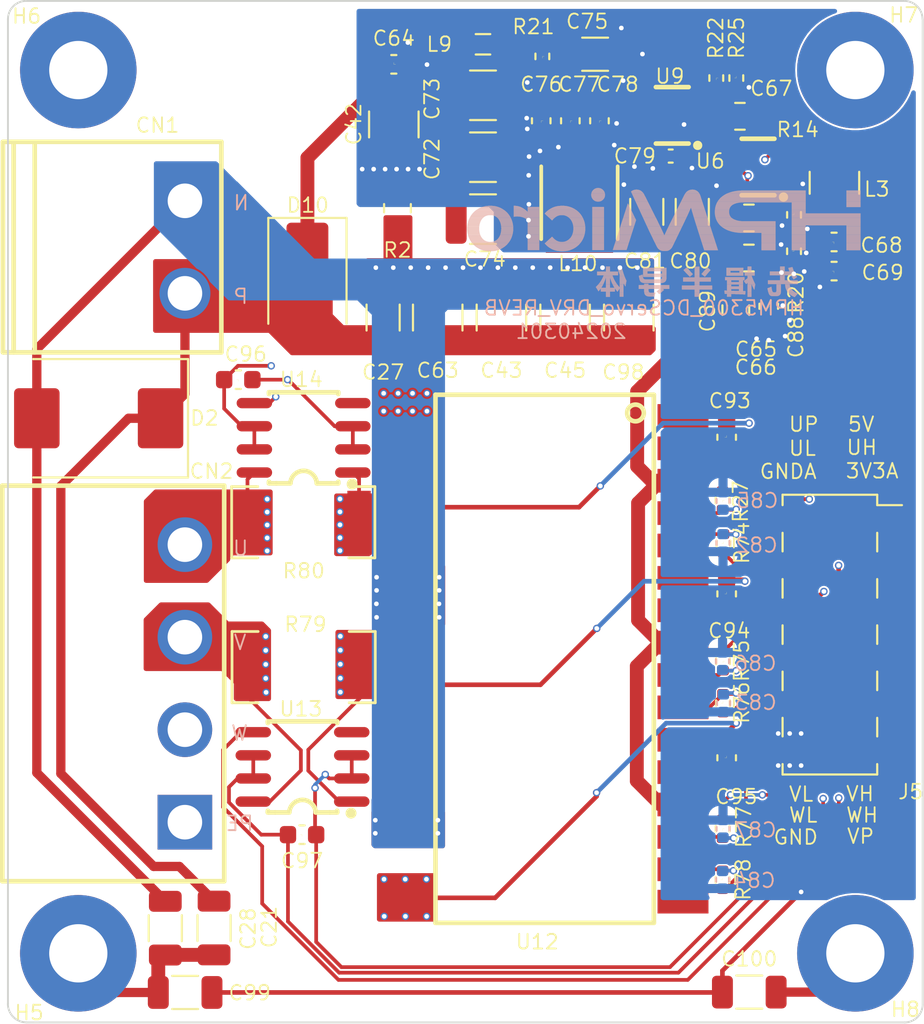
<source format=kicad_pcb>
(kicad_pcb (version 20221018) (generator pcbnew)
  (layers (0 "F.Cu" signal) (1 "In1.Cu" power "GND2") (2 "In2.Cu" mixed "POWER3") (31 "B.Cu" signal) (34 "B.Paste" user) (35 "F.Paste" user) (36 "B.SilkS" user "B.Silkscreen") (37 "F.SilkS" user "F.Silkscreen") (38 "B.Mask" user) (39 "F.Mask" user) (44 "Edge.Cuts" user))
  (net 0 "")
  (net 1 "+5V")
  (net 2 "+3.3VA")
  (net 3 "GND")
  (net 4 "+24V")
  (net 5 "Net-(U9-EN)")
  (net 6 "Net-(U6-SW)")
  (net 7 "PE")
  (net 8 "/MAIN/DRV/PWM_1")
  (net 9 "/MAIN/DRV/PWM_0")
  (net 10 "/MAIN/DRV/PWM_5")
  (net 11 "/MAIN/DRV/PWM_4")
  (net 12 "/MAIN/DRV/PWM_7")
  (net 13 "/MAIN/DRV/PWM_6")
  (net 14 "P")
  (net 15 "N")
  (net 16 "Net-(C75-Pad1)")
  (net 17 "+15V")
  (net 18 "Net-(U6-VBST)")
  (net 19 "Net-(U9-SW)")
  (net 20 "Net-(U9-CB)")
  (net 21 "/MAIN/DRV/PWM_UH")
  (net 22 "/MAIN/DRV/PWM_UL")
  (net 23 "/MAIN/DRV/PWM_VH")
  (net 24 "/MAIN/DRV/PWM_VL")
  (net 25 "/MAIN/DRV/PWM_WL")
  (net 26 "/MAIN/DRV/PWM_WH")
  (net 27 "Net-(U9-FB)")
  (net 28 "Net-(U6-VFB)")
  (net 29 "/MAIN/DRV/U-")
  (net 30 "/MAIN/DRV/U+")
  (net 31 "/MAIN/DRV/V-")
  (net 32 "/MAIN/DRV/V+")
  (net 34 "/MAIN/DRV/ADC0")
  (net 36 "/MAIN/DRV/ADC1")
  (net 37 "/MAIN/DRV/VBU")
  (net 39 "/MAIN/DRV/VBV")
  (net 41 "/MAIN/DRV/VBW")
  (net 43 "/MAIN/DRV/W")
  (net 44 "GNDA")
  (footprint "04_HPM_Diode:D_SMC" (layer "F.Cu") (at 62.62 121.62 180)
    (fp_text reference "D2")
    (fp_text value "SMDJ36CA_C350851")
  )
  (footprint "03_HPM_Capacitance:C_0603_1608Metric" (layer "F.Cu") (at 99.44 115.47 -90)
    (fp_text reference "C88")
    (fp_text value "0.1uF,50V")
  )
  (footprint "01_HPM_Peripheral:MountingHole_3.2mm_M3_Pad" (layer "F.Cu") (at 61.5 151)
    (fp_text reference "H5")
    (fp_text value "MountingHole_Pad")
  )
  (footprint "02_HPM_Resistor:R_0402_1005Metric" (layer "F.Cu") (at 97.658 102.9385 90)
    (fp_text reference "R25")
    (fp_text value "22.1k")
  )
  (footprint "03_HPM_Capacitance:C_0603_1608Metric" (layer "F.Cu") (at 73.796 144.485 180)
    (fp_text reference "C97")
    (fp_text value "0.1uF,50V")
  )
  (footprint "02_HPM_Resistor:R_0402_1005Metric" (layer "F.Cu") (at 100.83 112.45 90)
    (fp_text reference "R20")
    (fp_text value "10K")
  )
  (footprint "03_HPM_Capacitance:C_0805_2012Metric" (layer "F.Cu") (at 97.858 105.0385 180)
    (fp_text reference "C67")
    (fp_text value "100nF,25V")
  )
  (footprint "05_HPM_Connector_DB2ERC:CONN-TH_4P-P5.08_DB2ERC-5.08-4P" (layer "F.Cu") (at 67.357 136.18 -90)
    (fp_text reference "CN2")
    (fp_text value "DB2ERC-5.08-4P")
  )
  (footprint "04_HPM_Diode:D_SMB" (layer "F.Cu") (at 74.09 114.28 -90)
    (fp_text reference "D10")
    (fp_text value "200V,2A")
  )
  (footprint "02_HPM_Resistor:R_0402_1005Metric" (layer "F.Cu") (at 96.903 126.1335 -90)
    (fp_text reference "R27")
    (fp_text value "0Ω")
  )
  (footprint "03_HPM_Capacitance:C_0805_2012Metric" (layer "F.Cu") (at 97.63 115.68 -90)
    (fp_text reference "C89")
    (fp_text value "10uF,35V")
  )
  (footprint "Inductor_SMD:L_0805_2012Metric" (layer "F.Cu") (at 83.738 101.085)
    (fp_text reference "L9")
    (fp_text value "1.5uH")
  )
  (footprint "02_HPM_Resistor:R_0805_2012Metric" (layer "F.Cu") (at 79.038 110.085 -90)
    (fp_text reference "R2")
    (fp_text value "0Ω_0805")
  )
  (footprint "03_HPM_Capacitance:C_1206_3216Metric" (layer "F.Cu") (at 68.96 149.61 90)
    (fp_text reference "C21")
    (fp_text value "10nF,630V,1206")
  )
  (footprint "03_HPM_Capacitance:C_0402_1005Metric" (layer "F.Cu") (at 94.052 107.222)
    (fp_text reference "C79")
    (fp_text value "100nF,16V")
  )
  (footprint "03_HPM_Capacitance:C_1206_3216Metric" (layer "F.Cu") (at 89.9 101.63)
    (fp_text reference "C75")
    (fp_text value "4.7uF,50V")
  )
  (footprint "02_HPM_Resistor:R_0402_1005Metric" (layer "F.Cu") (at 96.903 146.9635 90)
    (fp_text reference "R78")
    (fp_text value "0Ω")
  )
  (footprint "01_HPM_Peripheral:MountingHole_3.2mm_M3_Pad" (layer "F.Cu") (at 61.5 102.5)
    (fp_text reference "H6")
    (fp_text value "MountingHole_Pad")
  )
  (footprint "00_PWR:SOT-23-6_L2.9-W1.6-P0.95-LS2.8-BR" (layer "F.Cu") (at 98.852 107.822)
    (fp_text reference "U6")
    (fp_text value "TPS562200DDCR")
  )
  (footprint "02_HPM_Resistor:R_0402_1005Metric" (layer "F.Cu") (at 100.83 110.45 90)
    (fp_text reference "R14")
    (fp_text value "56.2K")
  )
  (footprint "02_HPM_Resistor:R_0402_1005Metric" (layer "F.Cu") (at 96.903 144.1635 -90)
    (fp_text reference "R77")
    (fp_text value "0Ω")
  )
  (footprint "03_HPM_Capacitance:C_1206_3216Metric" (layer "F.Cu") (at 78.25 116.09 90)
    (fp_text reference "C27")
    (fp_text value "10nF,630V,1206")
  )
  (footprint "07_HPM_Inductance:L_1210_3225Metric" (layer "F.Cu") (at 103.05 108.69 -90)
    (fp_text reference "L3")
    (fp_text value "4.7uH_1.6A")
  )
  (footprint "02_HPM_Resistor:R_0402_1005Metric" (layer "F.Cu") (at 87 101.75 -90)
    (fp_text reference "R21")
    (fp_text value "1.58Ω")
  )
  (footprint "02_HPM_Resistor:R2512" (layer "F.Cu") (at 73.862 127.3285 180)
    (fp_text reference "R80")
    (fp_text value "10mΩ")
  )
  (footprint "03_HPM_Capacitance:C_0603_1608Metric" (layer "F.Cu") (at 97.128 122.6635 90)
    (fp_text reference "C93")
    (fp_text value "2.2uF,50V")
  )
  (footprint "03_HPM_Capacitance:C_1206_3216Metric" (layer "F.Cu") (at 98.37 153.13 180)
    (fp_text reference "C100")
    (fp_text value "10nF,630V,1206")
  )
  (footprint "03_HPM_Capacitance:C_0603_1608Metric" (layer "F.Cu") (at 90.138 105.285 -90)
    (fp_text reference "C78")
    (fp_text value "100nF,50V")
  )
  (footprint "03_HPM_Capacitance:C_0603_1608Metric" (layer "F.Cu") (at 70.29 119.5 180)
    (fp_text reference "C96")
    (fp_text value "0.1uF,50V")
  )
  (footprint "02_HPM_Resistor:R_0402_1005Metric" (layer "F.Cu") (at 96.928 137.2635 90)
    (fp_text reference "R76")
    (fp_text value "0Ω")
  )
  (footprint "03_HPM_Capacitance:C_0603_1608Metric" (layer "F.Cu") (at 103.03 113.54 180)
    (fp_text reference "C69")
    (fp_text value "22uF,10V")
  )
  (footprint "03_HPM_Capacitance:C_0603_1608Metric" (layer "F.Cu") (at 78.838 102.185)
    (fp_text reference "C64")
    (fp_text value "0.1uF,50V")
  )
  (footprint "03_HPM_Capacitance:C_1210_3225Metric" (layer "F.Cu") (at 83.738 110.685)
    (fp_text reference "C74")
    (fp_text value "10uF,63V")
  )
  (footprint "03_HPM_Capacitance:C_0603_1608Metric" (layer "F.Cu") (at 103.03 111.94 180)
    (fp_text reference "C68")
    (fp_text value "22uF,10V")
  )
  (footprint "06_HPM_SOT:SOT-23-6" (layer "F.Cu") (at 94.138 104.985)
    (fp_text reference "U9")
    (fp_text value "LMR50410XDBVR")
  )
  (footprint "03_HPM_Capacitance:C_1210_3225Metric" (layer "F.Cu") (at 91.75 116.09 90)
    (fp_text reference "C98")
    (fp_text value "10uF,63V")
  )
  (footprint "03_HPM_Capacitance:C_1206_3216Metric" (layer "F.Cu") (at 66.28 149.62 -90)
    (fp_text reference "C28")
    (fp_text value "10nF,630V,1206")
  )
  (footprint "03_HPM_Capacitance:C_1210_3225Metric" (layer "F.Cu") (at 88.25 116.09 90)
    (fp_text reference "C45")
    (fp_text value "10uF,63V")
  )
  (footprint "03_HPM_Capacitance:C_1210_3225Metric" (layer "F.Cu") (at 83.738 103.885)
    (fp_text reference "C73")
    (fp_text value "10uF,63V")
  )
  (footprint "02_HPM_Resistor:R_0402_1005Metric" (layer "F.Cu") (at 96.558 102.9385 -90)
    (fp_text reference "R22")
    (fp_text value "309K")
  )
  (footprint "03_HPM_Capacitance:C_0805_2012Metric" (layer "F.Cu") (at 98.352 112.822)
    (fp_text reference "C66")
    (fp_text value "10uF,35V")
  )
  (footprint "03_HPM_Capacitance:C_0603_1608Metric" (layer "F.Cu") (at 86.938 105.285 -90)
    (fp_text reference "C76")
    (fp_text value "1uF,50V")
  )
  (footprint "03_HPM_Capacitance:C_1210_3225Metric" (layer "F.Cu") (at 78.838 105.485 -90)
    (fp_text reference "C42")
    (fp_text value "10uF,63V")
  )
  (footprint "01_HPM_Peripheral:MountingHole_3.2mm_M3_Pad" (layer "F.Cu") (at 104.2 102.5)
    (fp_text reference "H7")
    (fp_text value "MountingHole_Pad")
  )
  (footprint "03_HPM_Capacitance:C_1206_3216Metric" (layer "F.Cu") (at 92.738 110.285 90)
    (fp_text reference "C81")
    (fp_text value "10uF,50V")
  )
  (footprint "06_HPM_SO:SOIC-8" (layer "F.Cu") (at 75.88 123.6935 180)
    (fp_text reference "U14")
    (fp_text value "INA240A1D")
  )
  (footprint "00_PWR:IND-SMD_L4.0-W4.0_SLW4010S" (layer "F.Cu") (at 89.038 109.785 -90)
    (fp_text reference "L10")
    (fp_text value "22uH，1.3A")
  )
  (footprint "02_HPM_Resistor:R2512" (layer "F.Cu") (at 73.883 135.285 180)
    (fp_text reference "R79")
    (fp_text value "10mΩ")
  )
  (footprint "03_HPM_Capacitance:C_0603_1608Metric" (layer "F.Cu") (at 88.538 105.285 -90)
    (fp_text reference "C77")
    (fp_text value "1uF,50V")
  )
  (footprint "03_HPM_Capacitance:C_0805_2012Metric" (layer "F.Cu") (at 98.352 110.622)
    (fp_text reference "C65")
    (fp_text value "10uF,35V")
  )
  (footprint "03_HPM_Capacitance:C_1206_3216Metric" (layer "F.Cu") (at 95.238 110.285 90)
    (fp_text reference "C80")
    (fp_text value "10uF,50V")
  )
  (footprint "06_HPM_SO:SOIC-8" (layer "F.Cu") (at 75.82 141.7635 180)
    (fp_text reference "U13")
    (fp_text value "INA240A1D")
  )
  (footprint "02_HPM_Resistor:R_0402_1005Metric" (layer "F.Cu") (at 96.953 128.4935 90)
    (fp_text reference "R74")
    (fp_text value "0Ω")
  )
  (footprint "02_HPM_Resistor:R_0402_1005Metric" (layer "F.Cu") (at 96.928 134.9635 -90)
    (fp_text reference "R75")
    (fp_text value "0Ω")
  )
  (footprint "03_HPM_Capacitance:C_1210_3225Metric" (layer "F.Cu") (at 84.75 116.09 90)
    (fp_text reference "C43")
    (fp_text value "10uF,63V")
  )
  (footprint "03_HPM_Capacitance:C_0603_1608Metric" (layer "F.Cu") (at 97.128 140.2635 90)
    (fp_text reference "C95")
    (fp_text value "2.2uF,50V")
  )
  (footprint "01_HPM_Peripheral:MountingHole_3.2mm_M3_Pad" (layer "F.Cu") (at 104.2 151)
    (fp_text reference "H8")
    (fp_text value "MountingHole_Pad")
  )
  (footprint "03_HPM_Capacitance:C_0603_1608Metric" (layer "F.Cu") (at 97.128 131.2635 90)
    (fp_text reference "C94")
    (fp_text value "2.2uF,50V")
  )
  (footprint "03_HPM_Capacitance:C_1210_3225Metric" (layer "F.Cu") (at 81.25 116.09 90)
    (fp_text reference "C63")
    (fp_text value "10uF,63V")
  )
  (footprint "05_HPM_Connector_FemaleHeader:PinSocket_2x06_P2.54mm_Vertical_SMD" (layer "F.Cu") (at 102.8 133.5)
    (fp_text reference "J5")
    (fp_text value "Conn_02x06")
  )
  (footprint "03_HPM_Capacitance:C_1206_3216Metric" (layer "F.Cu") (at 67.37 153.15 180)
    (fp_text reference "C99")
    (fp_text value "10nF,630V,1206")
  )
  (footprint "03_HPM_Capacitance:C_1210_3225Metric" (layer "F.Cu") (at 83.738 107.285)
    (fp_text reference "C72")
    (fp_text value "10uF,63V")
  )
  (footprint "12_HPM_Other:SEMI_XNS50660ABS" (layer "F.Cu") (at 87.128 134.8285 -90)
    (fp_text reference "U12")
    (fp_text value "SDM05M50DAS")
  )
  (footprint "05_HPM_Connector_DB2ERC:CONN-TH_2P-P5.08_DB2ERC-5.08-2P" (layer "F.Cu") (at 67.36 112.22 -90)
    (fp_text reference "CN1")
    (fp_text value "DB2ERC-5.08-2P")
  )
  (footprint "03_HPM_Capacitance:C_0402_1005Metric" (layer "B.Cu") (at 96.928 126.1635 90)
    (fp_text reference "C85")
    (fp_text value "1nF,50V")
  )
  (footprint "03_HPM_Capacitance:C_0402_1005Metric" (layer "B.Cu") (at 96.903 134.9635 90)
    (fp_text reference "C86")
    (fp_text value "1nF,50V")
  )
  (footprint "03_HPM_Capacitance:C_0402_1005Metric" (layer "B.Cu") (at 96.953 137.2635 -90)
    (fp_text reference "C83")
    (fp_text value "1nF,50V")
  )
  (footprint "00_HPM_LOGO:HPM LOGO" (layer "B.Cu") (at 104.505461 118.700319 180)
    (fp_text reference "REF**" hide)
    (fp_text value "HPM Logo" hide)
  )
  (footprint "03_HPM_Capacitance:C_0402_1005Metric" (layer "B.Cu") (at 96.928 128.4635 -90)
    (fp_text reference "C82")
    (fp_text value "1nF,50V")
  )
  (footprint "03_HPM_Capacitance:C_0402_1005Metric" (layer "B.Cu") (at 96.903 146.9635 -90)
    (fp_text reference "C84")
    (fp_text value "1nF,50V")
  )
  (footprint "03_HPM_Capacitance:C_0402_1005Metric" (layer "B.Cu") (at 96.928 144.1635 90)
    (fp_text reference "C87")
    (fp_text value "1nF,50V")
  )
  (gr_arc (start 107.9 153.8) (mid 107.607985 154.505108) (end 106.902908 154.797118) (stroke (width 0.1)) (layer "Edge.Cuts"))
  (gr_line (start 107.897968 99.705067) (end 107.897968 153.805067) (stroke (width 0.1)) (layer "Edge.Cuts"))
  (gr_line (start 57.63378 99.705067) (end 57.63378 153.775067) (stroke (width 0.1)) (layer "Edge.Cuts"))
  (gr_arc (start 58.646247 154.792588) (mid 57.927974 154.495061) (end 57.630447 153.776788) (stroke (width 0.1)) (layer "Edge.Cuts"))
  (gr_arc (start 57.635446 99.701277) (mid 57.927966 98.995063) (end 58.634181 98.70255) (stroke (width 0.1)) (layer "Edge.Cuts"))
  (gr_arc (start 106.890862 98.705067) (mid 107.597973 98.997958) (end 107.890859 99.705067) (stroke (width 0.1)) (layer "Edge.Cuts"))
  (gr_line (start 58.637968 98.705067) (end 106.890862 98.705067) (stroke (width 0.1)) (layer "Edge.Cuts"))
  (gr_line (start 58.647968 154.795067) (end 106.907968 154.795067) (stroke (width 0.1)) (layer "Edge.Cuts"))
  (gr_text "U" (at 70.42 128.76) (layer "B.SilkS") (effects (font (size 0.8 0.8) (thickness 0.1)) (justify mirror)))
  (gr_text "N" (at 70.45 109.79) (layer "B.SilkS") (effects (font (size 0.8 0.8) (thickness 0.1)) (justify mirror)))
  (gr_text "PE" (at 70.36 143.87) (layer "B.SilkS") (effects (font (size 0.8 0.8) (thickness 0.1)) (justify mirror)))
  (gr_text "HPM5300_DCServo_DRV_REVB\n                20240301" (at 101.445461 117.320319) (layer "B.SilkS") (effects (font (size 0.8 0.8) (thickness 0.1)) (justify left bottom mirror)))
  (gr_text "V" (at 70.39 133.93) (layer "B.SilkS") (effects (font (size 0.8 0.8) (thickness 0.1)) (justify mirror)))
  (gr_text "W" (at 70.36 138.91) (layer "B.SilkS") (effects (font (size 0.8 0.8) (thickness 0.1)) (justify mirror)))
  (gr_text "P" (at 70.42 114.93) (layer "B.SilkS") (effects (font (size 0.8 0.8) (thickness 0.1)) (justify mirror)))
  (gr_text "3V3A" (at 103.61 124.98) (layer "F.SilkS") (effects (font (size 0.8 0.8) (thickness 0.1)) (justify left bottom)))
  (gr_text "UP" (at 100.48 122.42) (layer "F.SilkS") (effects (font (size 0.8 0.8) (thickness 0.1)) (justify left bottom)))
  (gr_text "UH" (at 103.65 123.69) (layer "F.SilkS") (effects (font (size 0.8 0.8) (thickness 0.1)) (justify left bottom)))
  (gr_text "VP" (at 103.68 145.04) (layer "F.SilkS") (effects (font (size 0.8 0.8) (thickness 0.1)) (justify left bottom)))
  (gr_text "UL" (at 100.48 123.74) (layer "F.SilkS") (effects (font (size 0.8 0.8) (thickness 0.1)) (justify left bottom)))
  (gr_text "VL" (at 100.49 142.73) (layer "F.SilkS") (effects (font (size 0.8 0.8) (thickness 0.1)) (justify left bottom)))
  (gr_text "VH" (at 103.63 142.71) (layer "F.SilkS") (effects (font (size 0.8 0.8) (thickness 0.1)) (justify left bottom)))
  (gr_text "WH" (at 103.63 143.88) (layer "F.SilkS") (effects (font (size 0.8 0.8) (thickness 0.1)) (justify left bottom)))
  (gr_text "GNDA" (at 98.88 125.01) (layer "F.SilkS") (effects (font (size 0.8 0.8) (thickness 0.1)) (justify left bottom)))
  (gr_text "5V" (at 103.73 122.42) (layer "F.SilkS") (effects (font (size 0.8 0.8) (thickness 0.1)) (justify left bottom)))
  (gr_text "GND" (at 99.64 145.09) (layer "F.SilkS") (effects (font (size 0.8 0.8) (thickness 0.1)) (justify left bottom)))
  (gr_text "WL" (at 100.49 143.88) (layer "F.SilkS") (effects (font (size 0.8 0.8) (thickness 0.1)) (justify left bottom)))
  (segment (start 103.805 113.54) (end 105.32 115.055) (width 0.762) (layer "F.Cu") (net 1))
  (segment (start 103.05 110.09) (end 103.05 111.185) (width 0.762) (layer "F.Cu") (net 1))
  (segment (start 103.05 111.185) (end 103.805 111.94) (width 0.762) (layer "F.Cu") (net 1))
  (segment (start 103.805 113.54) (end 103.805 111.94) (width 0.762) (layer "F.Cu") (net 1))
  (segment (start 105.32 115.055) (end 105.32 127.15) (width 0.762) (layer "F.Cu") (net 1))
  (segment (start 100.83 109.94) (end 102.9 109.94) (width 0.2032) (layer "F.Cu") (net 1))
  (segment (start 102.9 109.94) (end 103.05 110.09) (width 0.2032) (layer "F.Cu") (net 1))
  (segment (start 71.551495 144.485) (end 69.78 142.713505) (width 0.2032) (layer "F.Cu") (net 2))
  (segment (start 70.2515 141.3985) (end 71.115 141.3985) (width 0.2032) (layer "F.Cu") (net 2))
  (segment (start 94.4752 152.0648) (end 75.833748 152.0648) (width 0.2032) (layer "F.Cu") (net 2))
  (segment (start 103.28 129.7) (end 103.28 130.19) (width 0.254) (layer "F.Cu") (net 2))
  (segment (start 70.275 118.74) (end 69.515 119.5) (width 0.2032) (layer "F.Cu") (net 2))
  (segment (start 69.78 142.713505) (end 69.78 141.87) (width 0.2032) (layer "F.Cu") (net 2))
  (segment (start 73.021 149.252052) (end 73.021 144.485) (width 0.2032) (layer "F.Cu") (net 2))
  (segment (start 71.175 123.3285) (end 71.175 122.0585) (width 0.2032) (layer "F.Cu") (net 2))
  (segment (start 103.29 142.47) (end 103.29 143.25) (width 0.2032) (layer "F.Cu") (net 2))
  (segment (start 75.833748 152.0648) (end 73.021 149.252052) (width 0.2032) (layer "F.Cu") (net 2))
  (segment (start 71.115 141.3985) (end 71.115 140.1285) (width 0.2032) (layer "F.Cu") (net 2))
  (segment (start 69.78 141.87) (end 70.2515 141.3985) (width 0.2032) (layer "F.Cu") (net 2))
  (segment (start 69.515 119.5) (end 69.515 121.0895) (width 0.2032) (layer "F.Cu") (net 2))
  (segment (start 73.021 144.485) (end 71.551495 144.485) (width 0.2032) (layer "F.Cu") (net 2))
  (segment (start 103.28 130.19) (end 105.32 132.23) (width 0.254) (layer "F.Cu") (net 2))
  (segment (start 72.1 118.74) (end 70.275 118.74) (width 0.2032) (layer "F.Cu") (net 2))
  (segment (start 69.515 121.0895) (end 70.484 122.0585) (width 0.2032) (layer "F.Cu") (net 2))
  (segment (start 103.29 143.25) (end 94.4752 152.0648) (width 0.2032) (layer "F.Cu") (net 2))
  (segment (start 70.484 122.0585) (end 71.175 122.0585) (width 0.2032) (layer "F.Cu") (net 2))
  (via (at 103.29 142.47) (size 0.4064) (drill 0.254) (layers "F.Cu" "B.Cu") (net 2))
  (via (at 72.1 118.74) (size 0.4064) (drill 0.254) (layers "F.Cu" "B.Cu") (net 2))
  (via (at 103.28 129.7) (size 0.4064) (drill 0.254) (layers "F.Cu" "B.Cu") (net 2))
  (segment (start 79.613 102.185) (end 79.613 100.993) (width 0.2032) (layer "F.Cu") (net 3))
  (segment (start 85.213 110.685) (end 85.213 107.285) (width 0.762) (layer "F.Cu") (net 3))
  (segment (start 100.83 112.96) (end 100.83 113.68) (width 0.254) (layer "F.Cu") (net 3))
  (segment (start 94.728 121.4935) (end 94.728 119.532) (width 0.762) (layer "F.Cu") (net 3))
  (segment (start 96.895 153.13) (end 96.895 151.955) (width 0.254) (layer "F.Cu") (net 3))
  (segment (start 85.465 103.885) (end 86.17 103.18) (width 0.2032) (layer "F.Cu") (net 3))
  (segment (start 86.938 106.06) (end 86.938 106.872) (width 0.2032) (layer "F.Cu") (net 3))
  (segment (start 99.475 116.245) (end 100.34 117.11) (width 0.2032) (layer "F.Cu") (net 3))
  (segment (start 102.255 111.94) (end 102.1 111.94) (width 0.2032) (layer "F.Cu") (net 3))
  (segment (start 102.255 113.54) (end 101.41 113.54) (width 0.2032) (layer "F.Cu") (net 3))
  (segment (start 96.875 153.15) (end 96.895 153.13) (width 0.254) (layer "F.Cu") (net 3))
  (segment (start 95.538 104.985) (end 95.290578 104.985) (width 0.2032) (layer "F.Cu") (net 3))
  (segment (start 94.728 119.532) (end 97.63 116.63) (width 0.762) (layer "F.Cu") (net 3))
  (segment (start 85.213 107.285) (end 85.255 107.285) (width 0.2032) (layer "F.Cu") (net 3))
  (segment (start 85.445 110.685) (end 86.26 109.87) (width 0.2032) (layer "F.Cu") (net 3))
  (segment (start 99.44 116.245) (end 99.44 116.2) (width 0.2032) (layer "F.Cu") (net 3))
  (segment (start 102.255 113.54) (end 102.255 114.405) (width 0.2032) (layer "F.Cu") (net 3))
  (segment (start 91.375 101.63) (end 92.49 101.63) (width 0.2032) (layer "F.Cu") (net 3))
  (segment (start 101.41 113.54) (end 101.39 113.56) (width 0.2032) (layer "F.Cu") (net 3))
  (segment (start 102.255 114.405) (end 102.25 114.41) (width 0.2032) (layer "F.Cu") (net 3))
  (segment (start 99.44 116.245) (end 99.475 116.245) (width 0.2032) (layer "F.Cu") (net 3))
  (segment (start 79.613 102.185) (end 80.645 102.185) (width 0.2032) (layer "F.Cu") (net 3))
  (segment (start 99.302 110.622) (end 99.752 110.622) (width 0.2032) (layer "F.Cu") (net 3))
  (segment (start 95.238 108.81) (end 95.238 107.898) (width 0.2032) (layer "F.Cu") (net 3))
  (segment (start 92.49 101.63) (end 92.5 101.62) (width 0.2032) (layer "F.Cu") (net 3))
  (segment (start 92.738 108.478) (end 92.06 107.8) (width 0.2032) (layer "F.Cu") (net 3))
  (segment (start 88.538 106.072698) (end 87.88 106.730698) (width 0.2032) (layer "F.Cu") (net 3))
  (segment (start 85.295 110.685) (end 86.24 111.63) (width 0.2032) (layer "F.Cu") (net 3))
  (segment (start 100.575 116.245) (end 100.58 116.24) (width 0.2032) (layer "F.Cu") (net 3))
  (segment (start 90.39 106.06) (end 90.95 106.62) (width 0.2032) (layer "F.Cu") (net 3))
  (segment (start 90.138 106.06) (end 90.39 106.06) (width 0.2032) (layer "F.Cu") (net 3))
  (segment (start 92.738 108.232) (end 93.07 107.9) (width 0.2032) (layer "F.Cu") (net 3))
  (segment (start 86.938 106.06) (end 86.5 106.06) (width 0.2032) (layer "F.Cu") (net 3))
  (segment (start 100.202 108.772) (end 101.288 108.772) (width 0.2032) (layer "F.Cu") (net 3))
  (segment (start 101.288 108.772) (end 101.31 108.75) (width 0.2032) (layer "F.Cu") (net 3))
  (segment (start 68.845 153.15) (end 96.875 153.15) (width 0.254) (layer "F.Cu") (net 3))
  (segment (start 85.213 107.285) (end 86.235 107.285) (width 0.2032) (layer "F.Cu") (net 3))
  (segment (start 95.238 107.898) (end 95.22 107.88) (width 0.2032) (layer "F.Cu") (net 3))
  (segment (start 102.1 111.94) (end 101.5 112.54) (width 0.2032) (layer "F.Cu") (net 3))
  (segment (start 96.895 151.955) (end 101.22 147.63) (width 0.254) (layer "F.Cu") (net 3))
  (segment (start 86.235 107.285) (end 86.27 107.25) (width 0.2032) (layer "F.Cu") (net 3))
  (segment (start 86.938 106.06) (end 88.538 106.06) (width 0.762) (layer "F.Cu") (net 3))
  (segment (start 91.375 103.015) (end 91.44 103.08) (width 0.2032) (layer "F.Cu") (net 3))
  (segment (start 99.44 116.245) (end 100.575 116.245) (width 0.2032) (layer "F.Cu") (net 3))
  (segment (start 86.938 106.872) (end 86.87 106.94) (width 0.2032) (layer "F.Cu") (net 3))
  (segment (start 90.138 106.06) (end 88.538 106.06) (width 0.762) (layer "F.Cu") (net 3))
  (segment (start 96.53 108.81) (end 96.57 108.85) (width 0.2032) (layer "F.Cu") (net 3))
  (segment (start 85.213 103.885) (end 85.465 103.885) (width 0.2032) (layer "F.Cu") (net 3))
  (segment (start 91.375 101.63) (end 91.375 100.225) (width 0.2032) (layer "F.Cu") (net 3))
  (segment (start 90.45 106.06) (end 91.08 105.43) (width 0.2032) (layer "F.Cu") (net 3))
  (segment (start 92.738 108.81) (end 95.238 108.81) (width 0.762) (layer "F.Cu") (net 3))
  (segment (start 86.185 110.685) (end 86.24 110.74) (width 0.2032) (layer "F.Cu") (net 3))
  (segment (start 90.138 106.06) (end 90.45 106.06) (width 0.2032) (layer "F.Cu") (net 3))
  (segment (start 99.752 110.622) (end 100.17 111.04) (width 0.2032) (layer "F.Cu") (net 3))
  (segment (start 99.302 110.622) (end 99.302 112.822) (width 0.762) (layer "F.Cu") (net 3))
  (segment (start 99.44 116.245) (end 99.44 117.33) (width 0.2032) (layer "F.Cu") (net 3))
  (segment (start 85.213 103.885) (end 85.213 104.213) (width 0.2032) (layer "F.Cu") (net 3))
  (segment (start 99.44 116.2) (end 100.21 115.43) (width 0.2032) (layer "F.Cu") (net 3))
  (segment (start 85.255 107.285) (end 86.25 108.28) (width 0.2032) (layer "F.Cu") (net 3))
  (segment (start 80.645 102.185) (end 80.66 102.2) (width 0.2032) (layer "F.Cu") (net 3))
  (segment (start 92.738 108.81) (end 92.738 108.478) (width 0.2032) (layer "F.Cu") (net 3))
  (segment (start 85.213 110.685) (end 85.295 110.685) (width 0.2032) (layer "F.Cu") (net 3))
  (segment (start 85.213 110.685) (end 85.445 110.685) (width 0.2032) (layer "F.Cu") (net 3))
  (segment (start 92.738 108.81) (end 92.738 108.232) (width 0.2032) (layer "F.Cu") (net 3))
  (segment (start 85.213 110.685) (end 86.185 110.685) (width 0.2032) (layer "F.Cu") (net 3))
  (segment (start 97.658 103.4485) (end 98.3485 103.4485) (width 0.2032) (layer "F.Cu") (net 3))
  (segment (start 92.738 108.81) (end 91.5 108.81) (width 0.2032) (layer "F.Cu") (net 3))
  (segment (start 102.255 111.915) (end 101.56 111.22) (width 0.2032) (layer "F.Cu") (net 3))
  (segment (start 100.83 113.68) (end 100.82 113.69) (width 0.254) (layer "F.Cu") (net 3))
  (segment (start 97.63 116.63) (end 98.15 116.63) (width 0.2032) (layer "F.Cu") (net 3))
  (segment (start 91.5 108.81) (end 91.48 108.79) (width 0.2032) (layer "F.Cu") (net 3))
  (segment (start 99.302 112.822) (end 99.378 112.822) (width 0.2032) (layer "F.Cu") (net 3))
  (segment (start 99.302 112.822) (end 99.342 112.822) (width 0.2032) (layer "F.Cu") (net 3))
  (segment (start 102.255 111.94) (end 102.255 111.915) (width 0.2032) (layer "F.Cu") (net 3))
  (segment (start 79.613 100.993) (end 79.61 100.99) (width 0.2032) (layer "F.Cu") (net 3))
  (segment (start 91.375 101.63) (end 91.375 103.015) (width 0.2032) (layer "F.Cu") (net 3))
  (segment (start 99.378 112.822) (end 100.12 112.08) (width 0.2032) (layer "F.Cu") (net 3))
  (segment (start 86.5 106.06) (end 86.17 105.73) (width 0.2032) (layer "F.Cu") (net 3))
  (segment (start 98.15 116.63) (end 98.77 117.25) (width 0.2032) (layer "F.Cu") (net 3))
  (segment (start 85.213 104.213) (end 86.14 105.14) (width 0.2032) (layer "F.Cu") (net 3))
  (segment (start 88.538 106.06) (end 88.538 106.072698) (width 0.2032) (layer "F.Cu") (net 3))
  (segment (start 91.375 100.225) (end 91.34 100.19) (width 0.2032) (layer "F.Cu") (net 3))
  (segment (start 95.290578 104.985) (end 94.785681 105.489897) (width 0.2032) (layer "F.Cu") (net 3))
  (segment (start 98.3485 103.4485) (end 98.35 103.45) (width 0.2032) (layer "F.Cu") (net 3))
  (segment (start 85.213 103.885) (end 85.213 107.285) (width 0.762) (layer "F.Cu") (net 3))
  (segment (start 99.342 112.822) (end 100.14 113.62) (width 0.2032) (layer "F.Cu") (net 3))
  (segment (start 95.238 108.81) (end 96.53 108.81) (width 0.2032) (layer "F.Cu") (net 3))
  (via (at 94.785681 105.489897) (size 0.4064) (drill 0.254) (layers "F.Cu" "B.Cu") (net 3))
  (via (at 91.34 100.19) (size 0.4064) (drill 0.254) (layers "F.Cu" "B.Cu") (net 3))
  (via (at 99.96 138.93) (size 0.4064) (drill 0.254) (layers "F.Cu" "B.Cu") (net 3))
  (via (at 77.73 107.94) (size 0.4064) (drill 0.254) (layers "F.Cu" "B.Cu") (net 3))
  (via (at 98.35 103.45) (size 0.4064) (drill 0.254) (layers "F.Cu" "B.Cu") (net 3))
  (via (at 99.96 140.69) (size 0.4064) (drill 0.254) (layers "F.Cu" "B.Cu") (net 3))
  (via (at 91.44 103.08) (size 0.4064) (drill 0.254) (layers "F.Cu" "B.Cu") (net 3))
  (via (at 86.17 103.18) (size 0.4064) (drill 0.254) (layers "F.Cu" "B.Cu") (net 3))
  (via (at 101.56 111.22) (size 0.4064) (drill 0.254) (layers "F.Cu" "B.Cu") (net 3))
  (via (at 100.59 138.93) (size 0.4064) (drill 0.254) (layers "F.Cu" "B.Cu") (net 3))
  (via (at 100.82 113.69) (size 0.4064) (drill 0.254) (layers "F.Cu" "B.Cu") (net 3))
  (via (at 90.95 106.62) (size 0.4064) (drill 0.254) (layers "F.Cu" "B.Cu") (net 3))
  (via (at 101.22 138.93) (size 0.4064) (drill 0.254) (layers "F.Cu" "B.Cu") (net 3))
  (via (at 101.39 113.56) (size 0.4064) (drill 0.254) (layers "F.Cu" "B.Cu") (net 3))
  (via (at 86.24 110.74) (size 0.4064) (drill 0.254) (layers "F.Cu" "B.Cu") (net 3))
  (via (at 86.27 107.25) (size 0.4064) (drill 0.254) (layers "F.Cu" "B.Cu") (net 3))
  (via (at 80.66 102.2) (size 0.4064) (drill 0.254) (layers "F.Cu" "B.Cu") (net 3))
  (via (at 77.1 107.94) (size 0.4064) (drill 0.254) (layers "F.Cu" "B.Cu") (net 3))
  (via (at 78.36 107.94) (size 0.4064) (drill 0.254) (layers "F.Cu" "B.Cu") (net 3))
  (via (at 101.5 112.54) (size 0.4064) (drill 0.254) (layers "F.Cu" "B.Cu") (net 3))
  (via (at 79.61 100.99) (size 0.4064) (drill 0.254) (layers "F.Cu" "B.Cu") (net 3))
  (via (at 86.25 108.28) (size 0.4064) (drill 0.254) (layers "F.Cu" "B.Cu") (net 3))
  (via (at 86.17 105.73) (size 0.4064) (drill 0.254) (layers "F.Cu" "B.Cu") (net 3))
  (via (at 102.25 114.41) (size 0.4064) (drill 0.254) (layers "F.Cu" "B.Cu") (net 3))
  (via (at 93.07 107.9) (size 0.4064) (drill 0.254) (layers "F.Cu" "B.Cu") (net 3))
  (via (at 101.22 140.69) (size 0.4064) (drill 0.254) (layers "F.Cu" "B.Cu") (net 3))
  (via (at 92.06 107.8) (size 0.4064) (drill 0.254) (layers "F.Cu" "B.Cu") (net 3))
  (via (at 86.26 109.87) (size 0.4064) (drill 0.254) (layers "F.Cu" "B.Cu") (net 3))
  (via (at 100.21 115.43) (size 0.4064) (drill 0.254) (layers "F.Cu" "B.Cu") (net 3))
  (via (at 86.87 106.94) (size 0.4064) (drill 0.254) (layers "F.Cu" "B.Cu") (net 3))
  (via (at 91.48 108.79) (size 0.4064) (drill 0.254) (layers "F.Cu" "B.Cu") (net 3))
  (via (at 91.08 105.43) (size 0.4064) (drill 0.254) (layers "F.Cu" "B.Cu") (net 3))
  (via (at 99.44 117.33) (size 0.4064) (drill 0.254) (layers "F.Cu" "B.Cu") (net 3))
  (via (at 98.77 117.25) (size 0.4064) (drill 0.254) (layers "F.Cu" "B.Cu") (net 3))
  (via (at 86.14 105.14) (size 0.4064) (drill 0.254) (layers "F.Cu" "B.Cu") (net 3))
  (via (at 78.99 107.94) (size 0.4064) (drill 0.254) (layers "F.Cu" "B.Cu") (net 3))
  (via (at 101.22 147.63) (size 0.4064) (drill 0.254) (layers "F.Cu" "B.Cu") (net 3))
  (via (at 86.24 111.63) (size 0.4064) (drill 0.254) (layers "F.Cu" "B.Cu") (net 3))
  (via (at 80.25 107.94) (size 0.4064) (drill 0.254) (layers "F.Cu" "B.Cu") (net 3))
  (via (at 87.88 106.730698) (size 0.4064) (drill 0.254) (layers "F.Cu" "B.Cu") (net 3))
  (via (at 100.34 117.11) (size 0.4064) (drill 0.254) (layers "F.Cu" "B.Cu") (net 3))
  (via (at 101.31 108.75) (size 0.4064) (drill 0.254) (layers "F.Cu" "B.Cu") (net 3))
  (via (at 100.17 111.04) (size 0.4064) (drill 0.254) (layers "F.Cu" "B.Cu") (net 3))
  (via (at 100.59 140.69) (size 0.4064) (drill 0.254) (layers "F.Cu" "B.Cu") (net 3))
  (via (at 92.5 101.62) (size 0.4064) (drill 0.254) (layers "F.Cu" "B.Cu") (net 3))
  (via (at 96.57 108.85) (size 0.4064) (drill 0.254) (layers "F.Cu" "B.Cu") (net 3))
  (via (at 95.22 107.88) (size 0.4064) (drill 0.254) (layers "F.Cu" "B.Cu") (net 3))
  (via (at 79.62 107.94) (size 0.4064) (drill 0.254) (layers "F.Cu" "B.Cu") (net 3))
  (via (at 100.58 116.24) (size 0.4064) (drill 0.254) (layers "F.Cu" "B.Cu") (net 3))
  (via (at 100.12 112.08) (size 0.4064) (drill 0.254) (layers "F.Cu" "B.Cu") (net 3))
  (via (at 100.14 113.62) (size 0.4064) (drill 0.254) (layers "F.Cu" "B.Cu") (net 3))
  (segment (start 82.6755 103.4725) (end 82.263 103.885) (width 0.762) (layer "F.Cu") (net 4))
  (segment (start 78.838 104.01) (end 82.138 104.01) (width 0.762) (layer "F.Cu") (net 4))
  (segment (start 82.138 104.01) (end 82.263 103.885) (width 0.762) (layer "F.Cu") (net 4))
  (segment (start 78.063 102.185) (end 78.063 103.235) (width 0.762) (layer "F.Cu") (net 4))
  (segment (start 82.263 110.685) (end 82.263 107.285) (width 0.762) (layer "F.Cu") (net 4))
  (segment (start 78.063 103.235) (end 78.838 104.01) (width 0.762) (layer "F.Cu") (net 4))
  (segment (start 74.09 112.13) (end 74.09 107.32) (width 0.762) (layer "F.Cu") (net 4))
  (segment (start 82.263 103.885) (end 82.263 107.285) (width 0.762) (layer "F.Cu") (net 4))
  (segment (start 74.09 107.32) (end 77.4 104.01) (width 0.762) (layer "F.Cu") (net 4))
  (segment (start 82.6755 101.085) (end 82.6755 103.4725) (width 0.762) (layer "F.Cu") (net 4))
  (segment (start 77.4 104.01) (end 78.838 104.01) (width 0.762) (layer "F.Cu") (net 4))
  (segment (start 90.138 104.51) (end 88.538 104.51) (width 0.762) (layer "F.Cu") (net 5))
  (segment (start 86.938 104.51) (end 88.538 104.51) (width 0.762) (layer "F.Cu") (net 5))
  (segment (start 86.826582 102.26) (end 87 102.26) (width 0.762) (layer "F.Cu") (net 5))
  (segment (start 90.613 104.035) (end 90.138 104.51) (width 0.762) (layer "F.Cu") (net 5))
  (segment (start 86.938 104.51) (end 86.938 102.322) (width 0.762) (layer "F.Cu") (net 5))
  (segment (start 92.738 104.035) (end 90.613 104.035) (width 0.762) (layer "F.Cu") (net 5))
  (segment (start 85.651582 101.085) (end 86.826582 102.26) (width 0.762) (layer "F.Cu") (net 5))
  (segment (start 84.8005 101.085) (end 85.651582 101.085) (width 0.762) (layer "F.Cu") (net 5))
  (segment (start 92.738 104.985) (end 92.738 104.035) (width 0.762) (layer "F.Cu") (net 5))
  (segment (start 86.938 102.322) (end 87 102.26) (width 0.762) (layer "F.Cu") (net 5))
  (segment (start 100.202 107.822) (end 102.518 107.822) (width 0.762) (layer "F.Cu") (net 6))
  (segment (start 98.808 105.0385) (end 100.7985 105.0385) (width 0.762) (layer "F.Cu") (net 6))
  (segment (start 100.7985 105.0385) (end 103.05 107.29) (width 0.762) (layer "F.Cu") (net 6))
  (segment (start 102.518 107.822) (end 103.05 107.29) (width 0.762) (layer "F.Cu") (net 6))
  (segment (start 65.895 153.15) (end 65.895 151.48) (width 0.762) (layer "F.Cu") (net 7))
  (segment (start 65.895 153.15) (end 63.65 153.15) (width 0.508) (layer "F.Cu") (net 7))
  (segment (start 65.895 151.48) (end 66.28 151.095) (width 0.762) (layer "F.Cu") (net 7))
  (segment (start 99.845 153.13) (end 102.07 153.13) (width 0.508) (layer "F.Cu") (net 7))
  (segment (start 68.96 151.085) (end 66.29 151.085) (width 0.762) (layer "F.Cu") (net 7))
  (segment (start 63.65 153.15) (end 61.5 151) (width 0.508) (layer "F.Cu") (net 7))
  (segment (start 66.29 151.085) (end 66.28 151.095) (width 0.762) (layer "F.Cu") (net 7))
  (segment (start 102.07 153.13) (end 104.2 151) (width 0.508) (layer "F.Cu") (net 7))
  (segment (start 96.953 129.0035) (end 97.6395 129.69) (width 0.2032) (layer "F.Cu") (net 8))
  (segment (start 97.6395 129.69) (end 100.28 129.69) (width 0.2032) (layer "F.Cu") (net 8))
  (segment (start 98.34 126.48) (end 98.34 128.07) (width 0.2032) (layer "F.Cu") (net 9))
  (segment (start 98.57 128.3) (end 103.93 128.3) (width 0.2032) (layer "F.Cu") (net 9))
  (segment (start 98.34 128.07) (end 98.57 128.3) (width 0.2032) (layer "F.Cu") (net 9))
  (segment (start 96.903 125.6235) (end 97.4835 125.6235) (width 0.2032) (layer "F.Cu") (net 9))
  (segment (start 97.4835 125.6235) (end 98.34 126.48) (width 0.2032) (layer "F.Cu") (net 9))
  (segment (start 103.93 128.3) (end 105.32 129.69) (width 0.2032) (layer "F.Cu") (net 9))
  (segment (start 96.928 137.7735) (end 97.4101 137.7735) (width 0.2032) (layer "F.Cu") (net 10))
  (segment (start 97.4101 137.7735) (end 100.28 134.9036) (width 0.2032) (layer "F.Cu") (net 10))
  (segment (start 100.28 134.9036) (end 100.28 134.77) (width 0.2032) (layer "F.Cu") (net 10))
  (segment (start 104.28 133.73) (end 105.32 134.77) (width 0.2032) (layer "F.Cu") (net 11))
  (segment (start 97.6515 133.73) (end 104.28 133.73) (width 0.2032) (layer "F.Cu") (net 11))
  (segment (start 96.928 134.4535) (end 97.6515 133.73) (width 0.2032) (layer "F.Cu") (net 11))
  (segment (start 98.19 138.4) (end 99.28 137.31) (width 0.2032) (layer "F.Cu") (net 12))
  (segment (start 98.19 146.344737) (end 98.19 138.4) (width 0.2032) (layer "F.Cu") (net 12))
  (segment (start 99.28 137.31) (end 100.28 137.31) (width 0.2032) (layer "F.Cu") (net 12))
  (segment (start 97.061237 147.4735) (end 98.19 146.344737) (width 0.2032) (layer "F.Cu") (net 12))
  (segment (start 96.903 147.4735) (end 97.061237 147.4735) (width 0.2032) (layer "F.Cu") (net 12))
  (segment (start 103.33 140.88) (end 103.33 139.3) (width 0.2032) (layer "F.Cu") (net 13))
  (segment (start 103.33 139.3) (end 105.32 137.31) (width 0.2032) (layer "F.Cu") (net 13))
  (segment (start 99.09 142.3) (end 101.91 142.3) (width 0.2032) (layer "F.Cu") (net 13))
  (segment (start 96.903 142.737) (end 97.34 142.3) (width 0.2032) (layer "F.Cu") (net 13))
  (segment (start 96.903 143.6535) (end 96.903 142.737) (width 0.2032) (layer "F.Cu") (net 13))
  (segment (start 101.91 142.3) (end 103.33 140.88) (width 0.2032) (layer "F.Cu") (net 13))
  (via (at 97.34 142.3) (size 0.4064) (drill 0.254) (layers "F.Cu" "B.Cu") (net 13))
  (via (at 99.09 142.3) (size 0.4064) (drill 0.254) (layers "F.Cu" "B.Cu") (net 13))
  (segment (start 99.09 142.3) (end 97.34 142.3) (width 0.2032) (layer "B.Cu") (net 13))
  (segment (start 67.055 146.23) (end 65.64 146.23) (width 0.508) (layer "F.Cu") (net 14))
  (segment (start 65.64 146.23) (end 60.54 141.13) (width 0.508) (layer "F.Cu") (net 14))
  (segment (start 66.02 121.62) (end 67.36 120.28) (width 0.508) (layer "F.Cu") (net 14))
  (segment (start 68.96 148.135) (end 67.055 146.23) (width 0.508) (layer "F.Cu") (net 14))
  (segment (start 60.54 125.34) (end 64.26 121.62) (width 0.508) (layer "F.Cu") (net 14))
  (segment (start 60.54 141.13) (end 60.54 125.34) (width 0.508) (layer "F.Cu") (net 14))
  (segment (start 67.36 120.28) (end 67.36 114.76) (width 0.508) (layer "F.Cu") (net 14))
  (segment (start 64.26 121.62) (end 66.02 121.62) (width 0.508) (layer "F.Cu") (net 14))
  (via (at 78.28 121.23) (size 0.4064) (drill 0.254) (layers "F.Cu" "B.Cu") (net 14))
  (via (at 78.28 120.25) (size 0.4064) (drill 0.254) (layers "F.Cu" "B.Cu") (net 14))
  (via (at 79.073333 121.23) (size 0.4064) (drill 0.254) (layers "F.Cu" "B.Cu") (net 14))
  (via (at 79.073333 120.25) (size 0.4064) (drill 0.254) (layers "F.Cu" "B.Cu") (net 14))
  (via (at 80.66 120.25) (size 0.4064) (drill 0.254) (layers "F.Cu" "B.Cu") (net 14))
  (via (at 80.66 121.23) (size 0.4064) (drill 0.254) (layers "F.Cu" "B.Cu") (net 14))
  (via (at 79.866666 121.23) (size 0.4064) (drill 0.254) (layers "F.Cu" "B.Cu") (net 14))
  (via (at 79.866666 120.25) (size 0.4064) (drill 0.254) (layers "F.Cu" "B.Cu") (net 14))
  (segment (start 59.22 121.62) (end 59.22 117.82) (width 0.508) (layer "F.Cu") (net 15))
  (segment (start 59.22 141.085) (end 59.22 121.62) (width 0.508) (layer "F.Cu") (net 15))
  (segment (start 66.28 148.145) (end 59.22 141.085) (width 0.508) (layer "F.Cu") (net 15))
  (segment (start 59.22 117.82) (end 67.36 109.68) (width 0.508) (layer "F.Cu") (net 15))
  (via (at 92.22 113.35) (size 0.4064) (drill 0.254) (layers "F.Cu" "B.Cu") (net 15))
  (via (at 77.89 130.35) (size 0.4064) (drill 0.254) (layers "F.Cu" "B.Cu") (net 15))
  (via (at 88.388 113.35) (size 0.4064) (drill 0.254) (layers "F.Cu" "B.Cu") (net 15))
  (via (at 89.346 113.35) (size 0.4064) (drill 0.254) (layers "F.Cu" "B.Cu") (net 15))
  (via (at 91.262 113.35) (size 0.4064) (drill 0.254) (layers "F.Cu" "B.Cu") (net 15))
  (via (at 77.89 131.07) (size 0.4064) (drill 0.254) (layers "F.Cu" "B.Cu") (net 15))
  (via (at 77.85 113.35) (size 0.4064) (drill 0.254) (layers "F.Cu" "B.Cu") (net 15))
  (via (at 81.32 131.81) (size 0.4064) (drill 0.254) (layers "F.Cu" "B.Cu") (net 15))
  (via (at 77.88 131.81) (size 0.4064) (drill 0.254) (layers "F.Cu" "B.Cu") (net 15))
  (via (at 81.33 131.07) (size 0.4064) (drill 0.254) (layers "F.Cu" "B.Cu") (net 15))
  (via (at 77.89 132.55) (size 0.4064) (drill 0.254) (layers "F.Cu" "B.Cu") (net 15))
  (via (at 77.82 144.41) (size 0.4064) (drill 0.254) (layers "F.Cu" "B.Cu") (net 15))
  (via (at 81.26 144.41) (size 0.4064) (drill 0.254) (layers "F.Cu" "B.Cu") (net 15))
  (via (at 79.766 113.35) (size 0.4064) (drill 0.254) (layers "F.Cu" "B.Cu") (net 15))
  (via (at 81.682 113.35) (size 0.4064) (drill 0.254) (layers "F.Cu" "B.Cu") (net 15))
  (via (at 86.472 113.35) (size 0.4064) (drill 0.254) (layers "F.Cu" "B.Cu") (net 15))
  (via (at 80.724 113.35) (size 0.4064) (drill 0.254) (layers "F.Cu" "B.Cu") (net 15))
  (via (at 81.26 143.69) (size 0.4064) (drill 0.254) (layers "F.Cu" "B.Cu") (net 15))
  (via (at 77.82 143.69) (size 0.4064) (drill 0.254) (layers "F.Cu" "B.Cu") (net 15))
  (via (at 81.33 130.35) (size 0.4064) (drill 0.254) (layers "F.Cu" "B.Cu") (net 15))
  (via (at 82.64 113.35) (size 0.4064) (drill 0.254) (layers "F.Cu" "B.Cu") (net 15))
  (via (at 90.304 113.35) (size 0.4064) (drill 0.254) (layers "F.Cu" "B.Cu") (net 15))
  (via (at 83.598 113.35) (size 0.4064) (drill 0.254) (layers "F.Cu" "B.Cu") (net 15))
  (via (at 84.556 113.35) (size 0.4064) (drill 0.254) (layers "F.Cu" "B.Cu") (net 15))
  (via (at 78.808 113.35) (size 0.4064) (drill 0.254) (layers "F.Cu" "B.Cu") (net 15))
  (via (at 87.43 113.35) (size 0.4064) (drill 0.254) (layers "F.Cu" "B.Cu") (net 15))
  (via (at 85.514 113.35) (size 0.4064) (drill 0.254) (layers "F.Cu" "B.Cu") (net 15))
  (via (at 81.33 132.55) (size 0.4064) (drill 0.254) (layers "F.Cu" "B.Cu") (net 15))
  (segment (start 88.021052 101.226052) (end 87.013948 101.226052) (width 0.762) (layer "F.Cu") (net 16))
  (segment (start 88.425 101.63) (end 88.021052 101.226052) (width 0.762) (layer "F.Cu") (net 16))
  (segment (start 97.402 112.822) (end 97.402 110.622) (width 0.762) (layer "F.Cu") (net 17))
  (segment (start 97.752 107.822) (end 98.26 108.33) (width 0.2032) (layer "F.Cu") (net 17))
  (segment (start 99.262 106.872) (end 100.202 106.872) (width 0.2032) (layer "F.Cu") (net 17))
  (segment (start 97.63 114.73) (end 92.21 120.15) (width 0.762) (layer "F.Cu") (net 17))
  (segment (start 92.563 111.585) (end 92.738 111.76) (width 0.762) (layer "F.Cu") (net 17))
  (segment (start 95.238 111.76) (end 96.264 111.76) (width 0.762) (layer "F.Cu") (net 17))
  (segment (start 97.84 105.45) (end 99.262 106.872) (width 0.2032) (layer "F.Cu") (net 17))
  (segment (start 97.502 107.822) (end 97.752 107.822) (width 0.2032) (layer "F.Cu") (net 17))
  (segment (start 97.402 114.502) (end 97.63 114.73) (width 0.762) (layer "F.Cu") (net 17))
  (segment (start 89.038 111.585) (end 92.563 111.585) (width 0.762) (layer "F.Cu") (net 17))
  (segment (start 93.4908 133.9395) (end 92.19 135.2403) (width 0.762) (layer "F.Cu") (net 17))
  (segment (start 99.778 106.872) (end 99.23 107.42) (width 0.2032) (layer "F.Cu") (net 17))
  (segment (start 92.9995 125.0495) (end 94.728 125.0495) (width 0.762) (layer "F.Cu") (net 17))
  (segment (start 92.19 141.5287) (end 93.4908 142.8295) (width 0.762) (layer "F.Cu") (net 17))
  (segment (start 97.402 112.822) (end 97.402 114.502) (width 0.762) (layer "F.Cu") (net 17))
  (segment (start 92.19 135.2403) (end 92.19 141.5287) (width 0.762) (layer "F.Cu") (net 17))
  (segment (start 92.21 120.15) (end 92.21 124.26) (width 0.762) (layer "F.Cu") (net 17))
  (segment (start 96.558 103.4485) (end 97.0312 103.9217) (width 0.2032) (layer "F.Cu") (net 17))
  (segment (start 92.26 132.7087) (end 93.4908 133.9395) (width 0.762) (layer "F.Cu") (net 17))
  (segment (start 93.4908 125.0495) (end 92.26 126.2803) (width 0.762) (layer "F.Cu") (net 17))
  (segment (start 93.4908 142.8295) (end 94.728 142.8295) (width 0.762) (layer "F.Cu") (net 17))
  (segment (start 92.26 126.2803) (end 92.26 132.7087) (width 0.762) (layer "F.Cu") (net 17))
  (segment (start 97.0312 103.9217) (end 97.3617 103.9217) (width 0.2032) (layer "F.Cu") (net 17))
  (segment (start 94.728 133.9395) (end 93.4908 133.9395) (width 0.762) (layer "F.Cu") (net 17))
  (segment (start 100.202 106.872) (end 99.778 106.872) (width 0.2032) (layer "F.Cu") (net 17))
  (segment (start 97.84 104.4) (end 97.84 105.45) (width 0.2032) (layer "F.Cu") (net 17))
  (segment (start 92.738 111.76) (end 95.238 111.76) (width 0.762) (layer "F.Cu") (net 17))
  (segment (start 97.63 114.73) (end 99.405 114.73) (width 0.762) (layer "F.Cu") (net 17))
  (segment (start 98.26 109.764) (end 97.402 110.622) (width 0.2032) (layer "F.Cu") (net 17))
  (segment (start 97.3617 103.9217) (end 97.84 104.4) (width 0.2032) (layer "F.Cu") (net 17))
  (segment (start 94.728 125.0495) (end 93.4908 125.0495) (width 0.762) (layer "F.Cu") (net 17))
  (segment (start 98.26 108.33) (end 98.26 109.764) (width 0.2032) (layer "F.Cu") (net 17))
  (segment (start 99.405 114.73) (end 99.44 114.695) (width 0.762) (layer "F.Cu") (net 17))
  (segment (start 96.264 111.76) (end 97.402 110.622) (width 0.762) (layer "F.Cu") (net 17))
  (segment (start 92.21 124.26) (end 92.9995 125.0495) (width 0.762) (layer "F.Cu") (net 17))
  (via (at 99.23 107.42) (size 0.4064) (drill 0.254) (layers "F.Cu" "B.Cu") (net 17))
  (via (at 98.30332 108.300426) (size 0.4064) (drill 0.254) (layers "F.Cu" "B.Cu") (net 17))
  (segment (start 96.36 105.5865) (end 96.908 105.0385) (width 0.2032) (layer "F.Cu") (net 18))
  (segment (start 96.36 107.83) (end 96.36 105.5865) (width 0.2032) (layer "F.Cu") (net 18))
  (segment (start 97.302 108.772) (end 96.36 107.83) (width 0.2032) (layer "F.Cu") (net 18))
  (segment (start 97.502 108.772) (end 97.302 108.772) (width 0.2032) (layer "F.Cu") (net 18))
  (segment (start 89.038 107.985) (end 90.688 107.985) (width 0.762) (layer "F.Cu") (net 19))
  (segment (start 93.572 106.769) (end 92.738 105.935) (width 0.2032) (layer "F.Cu") (net 19))
  (segment (start 93.572 107.222) (end 93.572 106.769) (width 0.2032) (layer "F.Cu") (net 19))
  (segment (start 90.688 107.985) (end 92.738 105.935) (width 0.762) (layer "F.Cu") (net 19))
  (segment (start 95.538 105.935) (end 95.538 106.216) (width 0.2032) (layer "F.Cu") (net 20))
  (segment (start 95.538 106.216) (end 94.532 107.222) (width 0.2032) (layer "F.Cu") (net 20))
  (segment (start 97.6265 126.6435) (end 97.65 126.62) (width 0.2032) (layer "F.Cu") (net 21))
  (segment (start 96.903 126.6435) (end 97.6265 126.6435) (width 0.2032) (layer "F.Cu") (net 21))
  (segment (start 94.728 126.8275) (end 96.719 126.8275) (width 0.2032) (layer "F.Cu") (net 21))
  (segment (start 96.719 126.8275) (end 96.903 126.6435) (width 0.2032) (layer "F.Cu") (net 21))
  (via (at 97.65 126.62) (size 0.4064) (drill 0.254) (layers "F.Cu" "B.Cu") (net 21))
  (segment (start 96.9515 126.62) (end 96.928 126.6435) (width 0.2032) (layer "B.Cu") (net 21))
  (segment (start 97.65 126.62) (end 96.9515 126.62) (width 0.2032) (layer "B.Cu") (net 21))
  (segment (start 96.953 127.9835) (end 97.6135 127.9835) (width 0.2032) (layer "F.Cu") (net 22))
  (segment (start 94.728 128.6055) (end 95.35 127.9835) (width 0.2032) (layer "F.Cu") (net 22))
  (segment (start 97.6135 127.9835) (end 97.63 128) (width 0.2032) (layer "F.Cu") (net 22))
  (segment (start 95.35 127.9835) (end 96.953 127.9835) (width 0.2032) (layer "F.Cu") (net 22))
  (via (at 97.63 128) (size 0.4064) (drill 0.254) (layers "F.Cu" "B.Cu") (net 22))
  (segment (start 96.9445 128) (end 96.928 127.9835) (width 0.2032) (layer "B.Cu") (net 22))
  (segment (start 97.63 128) (end 96.9445 128) (width 0.2032) (layer "B.Cu") (net 22))
  (segment (start 96.684 135.7175) (end 96.928 135.4735) (width 0.2032) (layer "F.Cu") (net 23))
  (segment (start 94.728 135.7175) (end 96.684 135.7175) (width 0.2032) (layer "F.Cu") (net 23))
  (segment (start 96.928 135.4735) (end 97.6435 135.4735) (width 0.2032) (layer "F.Cu") (net 23))
  (segment (start 97.6435 135.4735) (end 97.65 135.48) (width 0.2032) (layer "F.Cu") (net 23))
  (via (at 97.65 135.48) (size 0.4064) (drill 0.254) (layers "F.Cu" "B.Cu") (net 23))
  (segment (start 97.65 135.48) (end 96.9395 135.48) (width 0.2032) (layer "B.Cu") (net 23))
  (segment (start 96.9395 135.48) (end 96.903 135.4435) (width 0.2032) (layer "B.Cu") (net 23))
  (segment (start 94.728 137.4955) (end 96.186 137.4955) (width 0.2032) (layer "F.Cu") (net 24))
  (segment (start 96.186 137.4955) (end 96.928 136.7535) (width 0.2032) (layer "F.Cu") (net 24))
  (segment (start 96.928 136.7535) (end 97.5965 136.7535) (width 0.2032) (layer "F.Cu") (net 24))
  (segment (start 97.5965 136.7535) (end 97.64 136.71) (width 0.2032) (layer "F.Cu") (net 24))
  (via (at 97.64 136.71) (size 0.4064) (drill 0.254) (layers "F.Cu" "B.Cu") (net 24))
  (segment (start 97.0265 136.71) (end 96.953 136.7835) (width 0.2032) (layer "B.Cu") (net 24))
  (segment (start 97.64 136.71) (end 97.0265 136.71) (width 0.2032) (layer "B.Cu") (net 24))
  (segment (start 97.4935 146.4535) (end 97.5 146.46) (width 0.2032) (layer "F.Cu") (net 25))
  (segment (start 96.903 146.4535) (end 97.4935 146.4535) (width 0.2032) (layer "F.Cu") (net 25))
  (segment (start 94.728 146.3855) (end 96.835 146.3855) (width 0.2032) (layer "F.Cu") (net 25))
  (segment (start 96.835 146.3855) (end 96.903 146.4535) (width 0.2032) (layer "F.Cu") (net 25))
  (via (at 97.5 146.46) (size 0.4064) (drill 0.254) (layers "F.Cu" "B.Cu") (net 25))
  (segment (start 96.9265 146.46) (end 96.903 146.4835) (width 0.2032) (layer "B.Cu") (net 25))
  (segment (start 97.5 146.46) (end 96.9265 146.46) (width 0.2032) (layer "B.Cu") (net 25))
  (segment (start 96.837 144.6075) (end 96.903 144.6735) (width 0.2032) (layer "F.Cu") (net 26))
  (segment (start 97.5065 144.6735) (end 97.51 144.67) (width 0.2032) (layer "F.Cu") (net 26))
  (segment (start 96.903 144.6735) (end 97.5065 144.6735) (width 0.2032) (layer "F.Cu") (net 26))
  (segment (start 94.728 144.6075) (end 96.837 144.6075) (width 0.2032) (layer "F.Cu") (net 26))
  (via (at 97.51 144.67) (size 0.4064) (drill 0.254) (layers "F.Cu" "B.Cu") (net 26))
  (segment (start 96.9545 144.67) (end 96.928 144.6435) (width 0.2032) (layer "B.Cu") (net 26))
  (segment (start 97.51 144.67) (end 96.9545 144.67) (width 0.2032) (layer "B.Cu") (net 26))
  (segment (start 97.658 102.4285) (end 96.558 102.4285) (width 0.762) (layer "F.Cu") (net 27))
  (segment (start 96.1075 102.4285) (end 96.558 102.4285) (width 0.762) (layer "F.Cu") (net 27))
  (segment (start 95.538 102.998) (end 96.1075 102.4285) (width 0.762) (layer "F.Cu") (net 27))
  (segment (start 95.538 104.035) (end 95.538 102.998) (width 0.762) (layer "F.Cu") (net 27))
  (segment (start 100.83 110.784078) (end 100.83 110.96) (width 0.2032) (layer "F.Cu") (net 28))
  (segment (start 97.502 106.872) (end 97.752 106.872) (width 0.2032) (layer "F.Cu") (net 28))
  (segment (start 99.41 108.53) (end 99.41 109.364078) (width 0.2032) (layer "F.Cu") (net 28))
  (segment (start 99.41 109.364078) (end 100.83 110.784078) (width 0.2032) (layer "F.Cu") (net 28))
  (segment (start 100.83 111.94) (end 100.83 110.96) (width 0.2032) (layer "F.Cu") (net 28))
  (segment (start 97.752 106.872) (end 99.41 108.53) (width 0.2032) (layer "F.Cu") (net 28))
  (segment (start 90.185 125.335) (end 89.0165 126.5035) (width 0.254) (layer "F.Cu") (net 29))
  (segment (start 76.928 124.9415) (end 76.585 124.5985) (width 0.2032) (layer "F.Cu") (net 29))
  (segment (start 89.0165 126.5035) (end 79.528 126.5035) (width 0.254) (layer "F.Cu") (net 29))
  (segment (start 76.928 127.3285) (end 76.928 124.9415) (width 0.2032) (layer "F.Cu") (net 29))
  (segment (start 98.3585 121.8885) (end 98.36 121.89) (width 0.254) (layer "F.Cu") (net 29))
  (segment (start 97.128 121.8885) (end 98.3585 121.8885) (width 0.254) (layer "F.Cu") (net 29))
  (via (at 75.88 126.76) (size 0.4064) (drill 0.254) (layers "F.Cu" "B.Cu") (net 29))
  (via (at 75.88 127.47) (size 0.4064) (drill 0.254) (layers "F.Cu" "B.Cu") (net 29))
  (via (at 98.36 121.89) (size 0.4064) (drill 0.254) (layers "F.Cu" "B.Cu") (net 29))
  (via (at 75.88 126.05) (size 0.4064) (drill 0.254) (layers "F.Cu" "B.Cu") (net 29))
  (via (at 90.185 125.335) (size 0.4064) (drill 0.254) (layers "F.Cu" "B.Cu") (net 29))
  (via (at 75.88 128.89) (size 0.4064) (drill 0.254) (layers "F.Cu" "B.Cu") (net 29))
  (via (at 75.88 128.18) (size 0.4064) (drill 0.254) (layers "F.Cu" "B.Cu") (net 29))
  (segment (start 93.63 121.89) (end 98.36 121.89) (width 0.254) (layer "B.Cu") (net 29))
  (segment (start 90.185 125.335) (end 93.63 121.89) (width 0.254) (layer "B.Cu") (net 29))
  (segment (start 70.796 124.9775) (end 71.175 124.5985) (width 0.2032) (layer "F.Cu") (net 30))
  (segment (start 70.796 127.3285) (end 70.796 124.9775) (width 0.2032) (layer "F.Cu") (net 30))
  (via (at 71.88 128.9) (size 0.4064) (drill 0.254) (layers "F.Cu" "B.Cu") (net 30))
  (via (at 71.88 126.06) (size 0.4064) (drill 0.254) (layers "F.Cu" "B.Cu") (net 30))
  (via (at 71.88 127.48) (size 0.4064) (drill 0.254) (layers "F.Cu" "B.Cu") (net 30))
  (via (at 71.88 126.77) (size 0.4064) (drill 0.254) (layers "F.Cu" "B.Cu") (net 30))
  (via (at 71.88 128.19) (size 0.4064) (drill 0.254) (layers "F.Cu" "B.Cu") (net 30))
  (segment (start 98.0485 130.4885) (end 98.13 130.57) (width 0.254) (layer "F.Cu") (net 31))
  (segment (start 74.14 140.9745) (end 75.834 142.6685) (width 0.2032) (layer "F.Cu") (net 31))
  (segment (start 86.8965 136.2535) (end 79.528 136.2535) (width 0.254) (layer "F.Cu") (net 31))
  (segment (start 74.14 139.82) (end 74.14 140.9745) (width 0.2032) (layer "F.Cu") (net 31))
  (segment (start 97.128 130.4885) (end 98.0485 130.4885) (width 0.254) (layer "F.Cu") (net 31))
  (segment (start 75.834 142.6685) (end 76.525 142.6685) (width 0.2032) (layer "F.Cu") (net 31))
  (segment (start 89.99 133.16) (end 86.8965 136.2535) (width 0.254) (layer "F.Cu") (net 31))
  (segment (start 76.949 135.285) (end 76.949 137.011) (width 0.2032) (layer "F.Cu") (net 31))
  (segment (start 76.949 137.011) (end 74.14 139.82) (width 0.2032) (layer "F.Cu") (net 31))
  (via (at 75.9 135.8925) (size 0.4064) (drill 0.254) (layers "F.Cu" "B.Cu") (net 31))
  (via (at 75.9 136.66) (size 0.4064) (drill 0.254) (layers "F.Cu" "B.Cu") (net 31))
  (via (at 75.9 133.59) (size 0.4064) (drill 0.254) (layers "F.Cu" "B.Cu") (net 31))
  (via (at 75.9 135.125) (size 0.4064) (drill 0.254) (layers "F.Cu" "B.Cu") (net 31))
  (via (at 75.9 134.3575) (size 0.4064) (drill 0.254) (layers "F.Cu" "B.Cu") (net 31))
  (via (at 98.13 130.57) (size 0.4064) (drill 0.254) (layers "F.Cu" "B.Cu") (net 31))
  (via (at 89.99 133.16) (size 0.4064) (drill 0.254) (layers "F.Cu" "B.Cu") (net 31))
  (segment (start 98.13 130.57) (end 92.58 130.57) (width 0.254) (layer "B.Cu") (net 31))
  (segment (start 92.58 130.57) (end 89.99 133.16) (width 0.254) (layer "B.Cu") (net 31))
  (segment (start 72.0215 142.6685) (end 71.115 142.6685) (width 0.2032) (layer "F.Cu") (net 32))
  (segment (start 70.817 135.285) (end 70.817 136.937) (width 0.2032) (layer "F.Cu") (net 32))
  (segment (start 70.817 136.937) (end 73.73 139.85) (width 0.2032) (layer "F.Cu") (net 32))
  (segment (start 73.73 140.96) (end 72.0215 142.6685) (width 0.2032) (layer "F.Cu") (net 32))
  (segment (start 73.73 139.85) (end 73.73 140.96) (width 0.2032) (layer "F.Cu") (net 32))
  (via (at 71.8 135.135) (size 0.4064) (drill 0.254) (layers "F.Cu" "B.Cu") (net 32))
  (via (at 71.8 133.6) (size 0.4064) (drill 0.254) (layers "F.Cu" "B.Cu") (net 32))
  (via (at 71.82 136.67) (size 0.4064) (drill 0.254) (layers "F.Cu" "B.Cu") (net 32))
  (via (at 71.8 134.3675) (size 0.4064) (drill 0.254) (layers "F.Cu" "B.Cu") (net 32))
  (via (at 71.8 135.9025) (size 0.4064) (drill 0.254) (layers "F.Cu" "B.Cu") (net 32))
  (segment (start 71.175 120.7885) (end 72.0015 120.7885) (width 0.2032) (layer "F.Cu") (net 34))
  (segment (start 101.37 126.06) (end 100.28 127.15) (width 0.2032) (layer "F.Cu") (net 34))
  (segment (start 101.67 126.06) (end 101.37 126.06) (width 0.2032) (layer "F.Cu") (net 34))
  (segment (start 72.0015 120.7885) (end 72.35 120.44) (width 0.2032) (layer "F.Cu") (net 34))
  (via (at 101.67 126.06) (size 0.4064) (drill 0.254) (layers "F.Cu" "B.Cu") (net 34))
  (via (at 72.35 120.44) (size 0.4064) (drill 0.254) (layers "F.Cu" "B.Cu") (net 34))
  (segment (start 71.605 145.125) (end 71.605 148.267104) (width 0.2032) (layer "F.Cu") (net 36))
  (segment (start 71.115 138.8585) (end 70.424 138.8585) (width 0.2032) (layer "F.Cu") (net 36))
  (segment (start 69.45 142.97) (end 71.605 145.125) (width 0.2032) (layer "F.Cu") (net 36))
  (segment (start 69.45 139.8325) (end 69.45 142.97) (width 0.2032) (layer "F.Cu") (net 36))
  (segment (start 71.605 148.267104) (end 75.797896 152.46) (width 0.2032) (layer "F.Cu") (net 36))
  (segment (start 94.99 152.46) (end 105.32 142.13) (width 0.2032) (layer "F.Cu") (net 36))
  (segment (start 105.32 142.13) (end 105.32 139.85) (width 0.2032) (layer "F.Cu") (net 36))
  (segment (start 75.797896 152.46) (end 94.99 152.46) (width 0.2032) (layer "F.Cu") (net 36))
  (segment (start 70.424 138.8585) (end 69.45 139.8325) (width 0.2032) (layer "F.Cu") (net 36))
  (segment (start 96.961 123.2715) (end 97.128 123.4385) (width 0.254) (layer "F.Cu") (net 37))
  (segment (start 94.728 123.2715) (end 96.961 123.2715) (width 0.254) (layer "F.Cu") (net 37))
  (segment (start 97.005 132.1615) (end 97.128 132.0385) (width 0.254) (layer "F.Cu") (net 39))
  (segment (start 94.728 132.1615) (end 97.005 132.1615) (width 0.254) (layer "F.Cu") (net 39))
  (segment (start 94.728 141.0515) (end 97.115 141.0515) (width 0.254) (layer "F.Cu") (net 41))
  (segment (start 97.115 141.0515) (end 97.128 141.0385) (width 0.254) (layer "F.Cu") (net 41))
  (segment (start 89.98 142.38) (end 84.4065 147.9535) (width 0.254) (layer "F.Cu") (net 43))
  (segment (start 84.4065 147.9535) (end 79.528 147.9535) (width 0.254) (layer "F.Cu") (net 43))
  (segment (start 89.98 142.18) (end 89.98 142.38) (width 0.254) (layer "F.Cu") (net 43))
  (segment (start 97.128 139.4885) (end 97.128 138.882) (width 0.254) (layer "F.Cu") (net 43))
  (segment (start 97.128 138.882) (end 97.65 138.36) (width 0.254) (layer "F.Cu") (net 43))
  (via (at 78.31 148.97) (size 0.4064) (drill 0.254) (layers "F.Cu" "B.Cu") (net 43))
  (via (at 79.465 146.93) (size 0.4064) (drill 0.254) (layers "F.Cu" "B.Cu") (net 43))
  (via (at 89.98 142.18) (size 0.4064) (drill 0.254) (layers "F.Cu" "B.Cu") (net 43))
  (via (at 80.63 146.93) (size 0.4064) (drill 0.254) (layers "F.Cu" "B.Cu") (net 43))
  (via (at 79.475 148.97) (size 0.4064) (drill 0.254) (layers "F.Cu" "B.Cu") (net 43))
  (via (at 80.64 148.97) (size 0.4064) (drill 0.254) (layers "F.Cu" "B.Cu") (net 43))
  (via (at 78.3 146.93) (size 0.4064) (drill 0.254) (layers "F.Cu" "B.Cu") (net 43))
  (via (at 97.65 138.36) (size 0.4064) (drill 0.254) (layers "F.Cu" "B.Cu") (net 43))
  (segment (start 89.98 142.18) (end 93.8 138.36) (width 0.254) (layer "B.Cu") (net 43))
  (segment (start 93.8 138.36) (end 97.65 138.36) (width 0.254) (layer "B.Cu") (net 43))
  (segment (start 75.2885 141.3985) (end 75.07 141.18) (width 0.2032) (layer "F.Cu") (net 44))
  (segment (start 71.065 119.5) (end 73 119.5) (width 0.2032) (layer "F.Cu") (net 44))
  (segment (start 102.43 143.34) (end 94.01 151.76) (width 0.2032) (layer "F.Cu") (net 44))
  (segment (start 76.525 140.1285) (end 76.525 141.3985) (width 0.2032) (layer "F.Cu") (net 44))
  (segment (start 76.525 141.3985) (end 75.2885 141.3985) (width 0.2032) (layer "F.Cu") (net 44))
  (segment (start 74.51 144.424) (end 74.571 144.485) (width 0.2032) (layer "F.Cu") (net 44))
  (segment (start 73 119.5) (end 73.03 119.5) (width 0.2032) (layer "F.Cu") (net 44))
  (segment (start 100.28 132.23) (end 101.37 132.23) (width 0.254) (layer "F.Cu") (net 44))
  (segment (start 73.03 119.5) (end 75.5885 122.0585) (width 0.2032) (layer "F.Cu") (net 44))
  (segment (start 75.96 151.76) (end 74.571 150.371) (width 0.2032) (layer "F.Cu") (net 44))
  (segment (start 75.5885 122.0585) (end 76.585 122.0585) (width 0.2032) (layer "F.Cu") (net 44))
  (segment (start 101.37 132.23) (end 102.47 131.13) (width 0.254) (layer "F.Cu") (net 44))
  (segment (start 102.43 142.5) (end 102.43 143.34) (width 0.2032) (layer "F.Cu") (net 44))
  (segment (start 74.571 150.371) (end 74.571 144.485) (width 0.2032) (layer "F.Cu") (net 44))
  (segment (start 74.51 141.92) (end 74.51 144.424) (width 0.2032) (layer "F.Cu") (net 44))
  (segment (start 94.01 151.76) (end 75.96 151.76) (width 0.2032) (layer "F.Cu") (net 44))
  (segment (start 76.585 123.3285) (end 76.585 122.0585) (width 0.2032) (layer "F.Cu") (net 44))
  (via (at 102.43 142.5) (size 0.4064) (drill 0.254) (layers "F.Cu" "B.Cu") (net 44))
  (via (at 102.47 131.13) (size 0.4064) (drill 0.254) (layers "F.Cu" "B.Cu") (net 44))
  (via (at 75.07 141.18) (size 0.4064) (drill 0.254) (layers "F.Cu" "B.Cu") (net 44))
  (via (at 74.51 141.92) (size 0.4064) (drill 0.254) (layers "F.Cu" "B.Cu") (net 44))
  (via (at 73 119.5) (size 0.4064) (drill 0.254) (layers "F.Cu" "B.Cu") (net 44))
  (segment (start 74.51 141.92) (end 74.51 141.74) (width 0.2032) (layer "B.Cu") (net 44))
  (segment (start 74.51 141.74) (end 75.07 141.18) (width 0.2032) (layer "B.Cu") (net 44))
  (zone (net 15) (net_name "N") (layer "F.Cu") (name "N") (priority 3) (connect_pads yes (clearance 0.1)) (min_thickness 0.25) (fill yes (thermal_gap 0.5) (thermal_bridge_width 0.5))
    (polygon (pts (xy 77.65 129.64) (xy 77.65 133.04) (xy 77.66 133.05) (xy 81.66 133.05) (xy 81.66 129.64)))
  )
  (zone (net 15) (net_name "N") (layer "F.Cu") (name "N") (priority 2) (connect_pads yes (clearance 0.1)) (min_thickness 0.25) (fill yes (thermal_gap 0.5) (thermal_bridge_width 0.5))
    (polygon (pts (xy 79.86 112.83) (xy 93.13 112.83) (xy 93.14 112.835244) (xy 93.14 115.22) (xy 77.28 115.22) (xy 77.28 112.83) (xy 78.27 112.83) (xy 78.27 110.47) (xy 79.86 110.47)))
  )
  (zone (net 3) (net_name "GND") (layer "F.Cu") (name "GND") (priority 7) (connect_pads yes (clearance 0.1)) (min_thickness 0.25) (fill yes (thermal_gap 0.5) (thermal_bridge_width 0.5))
    (polygon (pts (xy 98.53 138.63) (xy 98.53 141.02) (xy 102.66 141.02) (xy 102.71 140.97) (xy 102.71 138.65) (xy 102.68 138.62) (xy 98.54 138.62)))
  )
  (zone (net 43) (net_name "/MAIN/DRV/W") (layer "F.Cu") (name "W") (priority 10) (connect_pads yes (clearance 0.1)) (min_thickness 0.25) (fill yes (thermal_gap 0.5) (thermal_bridge_width 0.5))
    (polygon (pts (xy 81.16 146.6) (xy 81.16 149.25) (xy 81.15 149.26) (xy 77.91 149.26) (xy 77.91 146.63) (xy 77.94 146.6)))
  )
  (zone (net 15) (net_name "N") (layer "F.Cu") (name "N") (priority 4) (connect_pads yes (clearance 0.1)) (min_thickness 0.25) (fill yes (thermal_gap 0.5) (thermal_bridge_width 0.5))
    (polygon (pts (xy 77.61 143.13) (xy 77.61 145.09) (xy 77.75 145.23) (xy 81.65 145.23) (xy 81.65 143.15) (xy 81.63 143.13)))
  )
  (zone (net 3) (net_name "GND") (layer "F.Cu") (name "GND") (priority 6) (connect_pads yes (clearance 0.1)) (min_thickness 0.25) (fill yes (thermal_gap 0.5) (thermal_bridge_width 0.5))
    (polygon (pts (xy 76.81 106.35) (xy 76.81 109.83) (xy 76.96 109.98) (xy 80.46 109.98) (xy 80.53 109.91) (xy 80.53 106.37) (xy 80.47 106.31) (xy 76.85 106.31)))
  )
  (zone (net 32) (net_name "/MAIN/DRV/V+") (layers "F.Cu" "In1.Cu") (name "V+") (priority 12) (connect_pads yes (clearance 0.1)) (min_thickness 0.25) (fill yes (thermal_gap 0.5) (thermal_bridge_width 0.5))
    (polygon (pts (xy 65.09 135.5) (xy 69.36 135.5) (xy 70.05 136.19) (xy 70.05 137.1) (xy 70.1 137.15) (xy 72.09 137.15) (xy 72.09 133.22) (xy 71.65 132.78) (xy 69.75 132.78) (xy 68.7 131.73) (xy 65.99 131.73) (xy 65.09 132.63)))
  )
  (zone (net 31) (net_name "/MAIN/DRV/V-") (layers "F.Cu" "In1.Cu") (name "V-") (priority 8) (connect_pads yes (clearance 0.1)) (min_thickness 0.25) (fill yes (thermal_gap 0.5) (thermal_bridge_width 0.5))
    (polygon (pts (xy 81.12 135.39) (xy 81.12 137.04) (xy 75.7 137.04) (xy 75.63 136.97) (xy 75.63 133.24) (xy 78.06 133.24) (xy 78.15 133.33) (xy 78.15 135.39)))
  )
  (zone (net 30) (net_name "/MAIN/DRV/U+") (layers "F.Cu" "In1.Cu") (name "U+") (priority 13) (connect_pads yes (clearance 0.1)) (min_thickness 0.25) (fill yes (thermal_gap 0.5) (thermal_bridge_width 0.5))
    (polygon (pts (xy 65.1 130.66) (xy 68.61 130.66) (xy 69.85 129.42) (xy 69.85 129.33) (xy 70.03 129.15) (xy 72.11 129.15) (xy 72.18 129.08) (xy 72.18 125.53) (xy 65.7 125.53) (xy 65.1 126.13)))
  )
  (zone (net 14) (net_name "P") (layers "F.Cu" "In1.Cu") (name "P") (connect_pads yes (clearance 0.1)) (min_thickness 0.25) (fill yes (thermal_gap 0.5) (thermal_bridge_width 0.5))
    (polygon (pts (xy 70.84 114.46) (xy 74.82 114.46) (xy 75.48 115.12) (xy 75.48 115.91) (xy 76.08 116.51) (xy 93.1 116.51) (xy 93.23 116.64) (xy 93.23 117.89) (xy 92.96 118.16) (xy 81.07 118.16) (xy 81.07 123.52) (xy 81.03 123.56) (xy 78 123.56) (xy 77.97 123.53) (xy 77.97 118.16) (xy 73.19 118.16) (xy 71.96 116.93) (xy 65.68 116.93) (xy 65.61 116.86) (xy 65.61 112.88) (xy 69.26 112.88)))
  )
  (zone (net 29) (net_name "/MAIN/DRV/U-") (layers "F.Cu" "In1.Cu") (name "U-") (priority 9) (connect_pads yes (clearance 0.1)) (min_thickness 0.25) (fill yes (thermal_gap 0.5) (thermal_bridge_width 0.5))
    (polygon (pts (xy 81.01 125.75) (xy 75.59 125.75) (xy 75.56 125.78) (xy 75.56 129.19) (xy 77.52 129.19) (xy 77.82 128.89) (xy 77.82 127.23) (xy 77.83 127.22) (xy 81.01 127.22)))
  )
  (zone (net 3) (net_name "GND") (layers "In1.Cu" "B.Cu") (name "GND") (priority 5) (connect_pads (clearance 0.1)) (min_thickness 0.25) (fill yes (thermal_gap 0.5) (thermal_bridge_width 0.5))
    (polygon (pts (xy 76.79 109.88) (xy 76.93 110.02) (xy 84.06 110.02) (xy 84.33 110.29) (xy 84.33 112) (xy 84.84 112.51) (xy 93.5 112.51) (xy 93.5 136.61) (xy 93.5 148.08) (xy 107.52 148.08) (xy 107.52 99.78) (xy 106.88 99.14) (xy 76.81 99.14) (xy 76.79 99.16)))
  )
  (zone (net 15) (net_name "N") (layer "B.Cu") (name "N") (priority 1) (connect_pads yes (clearance 0.1)) (min_thickness 0.25) (fill yes (thermal_gap 0.5) (thermal_bridge_width 0.5))
    (polygon (pts (xy 69.1 107.51) (xy 70.16 108.57) (xy 70.16 108.55) (xy 74.46 112.85) (xy 93.14 112.85) (xy 93.14 115.657705) (xy 93.13 115.66) (xy 81.8 115.66) (xy 81.65 115.81) (xy 81.65 145.23) (xy 77.75 145.23) (xy 77.61 145.09) (xy 77.61 142.51) (xy 77.63 142.49) (xy 77.63 115.94) (xy 76.84 115.15) (xy 69.75 115.15) (xy 65.65 111.05) (xy 65.65 107.52) (xy 65.66 107.51) (xy 65.95 107.51)))
  )
)
</source>
